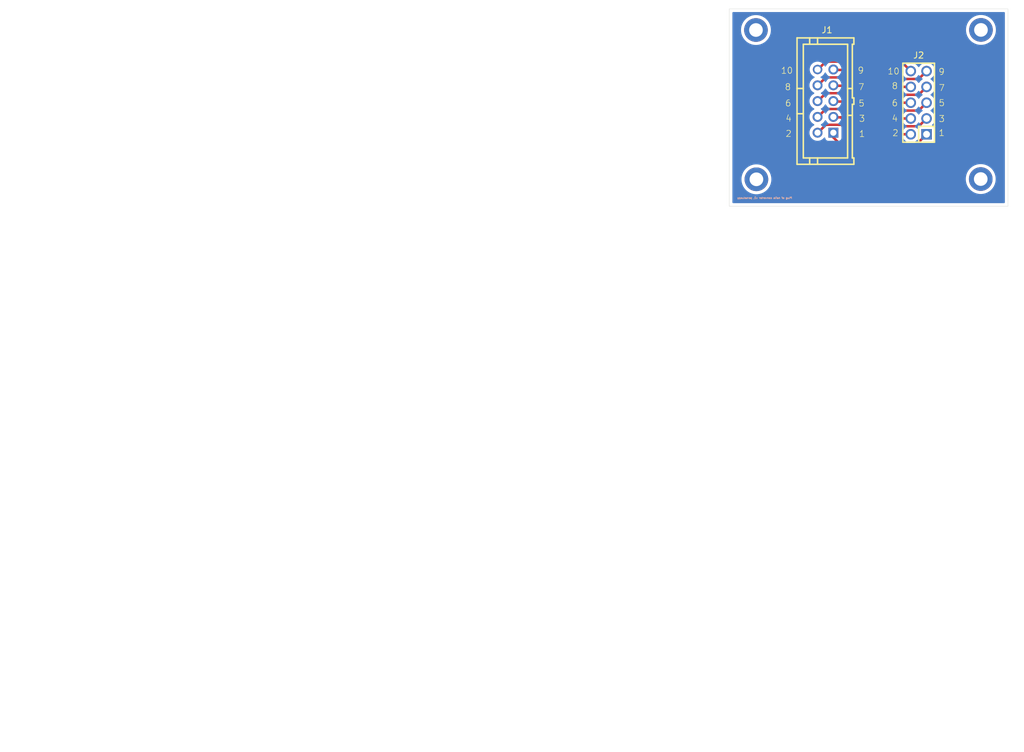
<source format=kicad_pcb>
(kicad_pcb (version 20240108) (generator "pcbnew") (generator_version "8.0")
  (title_block (title "Plug of nails to pin header") (date "2024-07-12") (rev "v2.0") (company "perseluspy"))
  (layers (0 "F.Cu" signal) (31 "B.Cu" signal) (34 "B.Paste" user) (35 "F.Paste" user) (36 "B.SilkS" user "B.Silkscreen") (37 "F.SilkS" user "F.Silkscreen") (38 "B.Mask" user) (39 "F.Mask" user) (44 "Edge.Cuts" user))
  (net 0 "")
  (net 1 "/P1")
  (net 2 "/P2")
  (net 3 "/P3")
  (net 4 "/P4")
  (net 5 "/P5")
  (net 6 "/P6")
  (net 7 "/P7")
  (net 8 "/P8")
  (net 9 "/P9")
  (net 10 "/P10")
  (footprint "pepy_sym_lib:[MOUNTING_HOLE]MountingHole_2.2mm_M2_DIN965_Pad" (layer "F.Cu") (at 174.317192 99.654999)
    (property "Reference" "MH3" (hide yes))
    (property "Value" "MountingHole_Pad")
    (pad "1" thru_hole circle (at 0 0) (size 3.8 3.8) (drill 2.2) (layers "*.Cu" "*.Mask"))
  )
  (footprint "pepy_sym_lib:[10P_HEADER_STR]Ckmtw(Shenzhen Cankemeng) B-2100S10P-B110" (layer "F.Cu") (at 164.338 87.376 90)
    (property "Reference" "J2" (at 7.62 0 0) (layer "F.SilkS"))
    (property "Value" "B-2100S10P-B110")
    (fp_line (start 6.35 -2.54) (end 6.35 2.54) (stroke (width 0.25)) (layer "F.SilkS"))
    (fp_line (start -6.35 -2.54) (end 6.35 -2.54) (stroke (width 0.25)) (layer "F.SilkS"))
    (fp_line (start -6.35 -2.54) (end -6.35 2.54) (stroke (width 0.25)) (layer "F.SilkS"))
    (fp_line (start -3.81 -0.01) (end -3.81 2.54) (stroke (width 0.25)) (layer "F.SilkS"))
    (fp_line (start -6.35 0) (end -3.81 -0.01) (stroke (width 0.25)) (layer "F.SilkS"))
    (fp_line (start -6.35 2.54) (end 6.35 2.54) (stroke (width 0.25)) (layer "F.SilkS"))
    (pad "1" thru_hole rect (at -5.08 1.27 90) (size 1.7 1.7) (drill 1.100023) (layers "*.Cu" "*.Mask") (net 1 "/P1"))
    (pad "2" thru_hole circle (at -5.08 -1.27 90) (size 1.7 1.7) (drill 1.100023) (layers "*.Cu" "*.Mask") (net 2 "/P2"))
    (pad "3" thru_hole circle (at -2.54 1.27 90) (size 1.7 1.7) (drill 1.100023) (layers "*.Cu" "*.Mask") (net 3 "/P3"))
    (pad "4" thru_hole circle (at -2.54 -1.27 90) (size 1.7 1.7) (drill 1.100023) (layers "*.Cu" "*.Mask") (net 4 "/P4"))
    (pad "5" thru_hole circle (at 0 1.27 90) (size 1.7 1.7) (drill 1.100023) (layers "*.Cu" "*.Mask") (net 5 "/P5"))
    (pad "6" thru_hole circle (at 0 -1.27 90) (size 1.7 1.7) (drill 1.100023) (layers "*.Cu" "*.Mask") (net 6 "/P6"))
    (pad "7" thru_hole circle (at 2.54 1.27 90) (size 1.7 1.7) (drill 1.100023) (layers "*.Cu" "*.Mask") (net 7 "/P7"))
    (pad "8" thru_hole circle (at 2.54 -1.27 90) (size 1.7 1.7) (drill 1.100023) (layers "*.Cu" "*.Mask") (net 8 "/P8"))
    (pad "9" thru_hole circle (at 5.08 1.27 90) (size 1.7 1.7) (drill 1.100023) (layers "*.Cu" "*.Mask") (net 9 "/P9"))
    (pad "10" thru_hole circle (at 5.08 -1.27 90) (size 1.7 1.7) (drill 1.100023) (layers "*.Cu" "*.Mask") (net 10 "/P10"))
  )
  (footprint "pepy_sym_lib:[MOUNTING_HOLE]MountingHole_2.2mm_M2_DIN965_Pad" (layer "F.Cu") (at 138.176 75.692)
    (property "Reference" "MH1" (hide yes))
    (property "Value" "MountingHole_Pad")
    (pad "1" thru_hole circle (at 0 0) (size 3.8 3.8) (drill 2.2) (layers "*.Cu" "*.Mask"))
  )
  (footprint "pepy_sym_lib:[MOUNTING_HOLE]MountingHole_2.2mm_M2_DIN965_Pad" (layer "F.Cu") (at 174.352979 75.675886)
    (property "Reference" "MH2" (hide yes))
    (property "Value" "MountingHole_Pad")
    (pad "1" thru_hole circle (at 0 0) (size 3.8 3.8) (drill 2.2) (layers "*.Cu" "*.Mask"))
  )
  (footprint "pepy_sym_lib:[10P_2X5_IDC_MALE]TE Connectivity 5103308-1" (layer "F.Cu") (at 149.352 87.122 -90)
    (property "Reference" "J1" (at -11.43 -0.254 180) (layer "F.SilkS"))
    (property "Value" "5103308-1")
    (fp_line (start -10.16 4.57) (end 10.16 4.57) (stroke (width 0.25)) (layer "F.SilkS"))
    (fp_line (start -10.16 4.57) (end -10.16 -4.57) (stroke (width 0.25)) (layer "F.SilkS"))
    (fp_line (start 10.16 4.57) (end 10.16 -4.57) (stroke (width 0.25)) (layer "F.SilkS"))
    (fp_line (start -9.14 3.56) (end -9.14 -3.56) (stroke (width 0.25)) (layer "F.SilkS"))
    (fp_line (start -2.03 3.56) (end -2.03 4.57) (stroke (width 0.25)) (layer "F.SilkS"))
    (fp_line (start -2.03 3.56) (end -9.14 3.56) (stroke (width 0.25)) (layer "F.SilkS"))
    (fp_line (start -2.03 3.56) (end 2.03 3.56) (stroke (width 0.25)) (layer "F.SilkS"))
    (fp_line (start 2.03 3.56) (end 2.03 4.57) (stroke (width 0.25)) (layer "F.SilkS"))
    (fp_line (start 9.14 3.56) (end 2.03 3.56) (stroke (width 0.25)) (layer "F.SilkS"))
    (fp_line (start -10.16 2.54) (end -9.14 2.54) (stroke (width 0.25)) (layer "F.SilkS"))
    (fp_line (start 9.14 2.54) (end 10.16 2.54) (stroke (width 0.25)) (layer "F.SilkS"))
    (fp_line (start -10.16 1.27) (end -9.14 1.27) (stroke (width 0.25)) (layer "F.SilkS"))
    (fp_line (start 9.14 1.27) (end 10.16 1.27) (stroke (width 0.25)) (layer "F.SilkS"))
    (fp_line (start -9.14 -3.56) (end -8.89 -3.56) (stroke (width 0.25)) (layer "F.SilkS"))
    (fp_line (start -8.89 -3.56) (end 9.14 -3.56) (stroke (width 0.25)) (layer "F.SilkS"))
    (fp_line (start 9.14 -3.56) (end 9.14 3.56) (stroke (width 0.25)) (layer "F.SilkS"))
    (fp_line (start -9.14 -4.32) (end -9.14 -4.57) (stroke (width 0.25)) (layer "F.SilkS"))
    (fp_line (start -2.03 -4.32) (end -2.03 -3.56) (stroke (width 0.25)) (layer "F.SilkS"))
    (fp_line (start -0.51 -4.32) (end -9.14 -4.32) (stroke (width 0.25)) (layer "F.SilkS"))
    (fp_line (start 0.51 -4.32) (end 0.51 -4.57) (stroke (width 0.25)) (layer "F.SilkS"))
    (fp_line (start 2.29 -4.32) (end 2.29 -3.56) (stroke (width 0.25)) (layer "F.SilkS"))
    (fp_line (start 9.14 -4.32) (end 0.51 -4.32) (stroke (width 0.25)) (layer "F.SilkS"))
    (fp_line (start -9.14 -4.57) (end -10.16 -4.57) (stroke (width 0.25)) (layer "F.SilkS"))
    (fp_line (start -0.51 -4.57) (end -0.51 -4.32) (stroke (width 0.25)) (layer "F.SilkS"))
    (fp_line (start 0.51 -4.57) (end -0.51 -4.57) (stroke (width 0.25)) (layer "F.SilkS"))
    (fp_line (start 9.14 -4.57) (end 9.14 -4.32) (stroke (width 0.25)) (layer "F.SilkS"))
    (fp_line (start 10.16 -4.57) (end 9.14 -4.57) (stroke (width 0.25)) (layer "F.SilkS"))
    (pad "1" thru_hole rect (at 5.08 -1.27 270) (size 1.6 1.6) (drill 0.999998) (layers "*.Cu" "*.Mask") (net 1 "/P1"))
    (pad "2" thru_hole circle (at 5.08 1.27 270) (size 1.6 1.6) (drill 0.999998) (layers "*.Cu" "*.Mask") (net 2 "/P2"))
    (pad "3" thru_hole circle (at 2.54 -1.27 270) (size 1.6 1.6) (drill 0.999998) (layers "*.Cu" "*.Mask") (net 3 "/P3"))
    (pad "4" thru_hole circle (at 2.54 1.27 270) (size 1.6 1.6) (drill 0.999998) (layers "*.Cu" "*.Mask") (net 4 "/P4"))
    (pad "5" thru_hole circle (at 0 -1.27 270) (size 1.6 1.6) (drill 0.999998) (layers "*.Cu" "*.Mask") (net 5 "/P5"))
    (pad "6" thru_hole circle (at 0 1.27 270) (size 1.6 1.6) (drill 0.999998) (layers "*.Cu" "*.Mask") (net 6 "/P6"))
    (pad "7" thru_hole circle (at -2.54 -1.27 270) (size 1.6 1.6) (drill 0.999998) (layers "*.Cu" "*.Mask") (net 7 "/P7"))
    (pad "8" thru_hole circle (at -2.54 1.27 270) (size 1.6 1.6) (drill 0.999998) (layers "*.Cu" "*.Mask") (net 8 "/P8"))
    (pad "9" thru_hole circle (at -5.08 -1.27 270) (size 1.6 1.6) (drill 0.999998) (layers "*.Cu" "*.Mask") (net 9 "/P9"))
    (pad "10" thru_hole circle (at -5.08 1.27 270) (size 1.52 1.52) (drill 0.999998) (layers "*.Cu" "*.Mask") (net 10 "/P10"))
  )
  (footprint "pepy_sym_lib:[MOUNTING_HOLE]MountingHole_2.2mm_M2_DIN965_Pad" (layer "F.Cu") (at 138.249571 99.694905)
    (property "Reference" "MH4" (hide yes))
    (property "Value" "MountingHole_Pad")
    (pad "1" thru_hole circle (at 0 0) (size 3.8 3.8) (drill 2.2) (layers "*.Cu" "*.Mask"))
  )
  (gr_rect (start 133.887 72.3) (end 178.6995 104.03125) (stroke (width 0.05)) (fill none) (layer "Edge.Cuts"))
  (gr_text "Plug of nails converter v2, perseluspy\n" (at 144.018 102.87 0) (layer "B.SilkS") (effects (font (size 0.3 0.3) (thickness 0.075)) (justify left bottom mirror)))
  (gr_text "3\n" (at 154.686 90.514 0) (layer "F.SilkS") (effects (font (size 1 1) (thickness 0.1)) (justify left bottom)))
  (gr_text "6\n" (at 142.811 88.039 0) (layer "F.SilkS") (effects (font (size 1 1) (thickness 0.1)) (justify left bottom)))
  (gr_text "4" (at 159.969171 90.4817 0) (layer "F.SilkS") (effects (font (size 1 1) (thickness 0.1)) (justify left bottom)))
  (gr_text "7\n" (at 154.566677 85.439609 0) (layer "F.SilkS") (effects (font (size 1 1) (thickness 0.1)) (justify left bottom)))
  (gr_text "2" (at 160.059947 92.828552 0) (layer "F.SilkS") (effects (font (size 1 1) (thickness 0.1)) (justify left bottom)))
  (gr_text "9\n" (at 167.483839 82.98363 0) (layer "F.SilkS") (effects (font (size 1 1) (thickness 0.1)) (justify left bottom)))
  (gr_text "9\n" (at 154.493641 82.773775 0) (layer "F.SilkS") (effects (font (size 1 1) (thickness 0.1)) (justify left bottom)))
  (gr_text "8" (at 142.771277 85.439609 0) (layer "F.SilkS") (effects (font (size 1 1) (thickness 0.1)) (justify left bottom)))
  (gr_text "2" (at 142.886 92.939 0) (layer "F.SilkS") (effects (font (size 1 1) (thickness 0.1)) (justify left bottom)))
  (gr_text "7\n" (at 167.508298 85.576367 0) (layer "F.SilkS") (effects (font (size 1 1) (thickness 0.1)) (justify left bottom)))
  (gr_text "5\n" (at 154.611 88.064 0) (layer "F.SilkS") (effects (font (size 1 1) (thickness 0.1)) (justify left bottom)))
  (gr_text "5\n" (at 167.509419 88.003125 0) (layer "F.SilkS") (effects (font (size 1 1) (thickness 0.1)) (justify left bottom)))
  (gr_text "10\n" (at 142.136 82.789 0) (layer "F.SilkS") (effects (font (size 1 1) (thickness 0.1)) (justify left bottom)))
  (gr_text "1" (at 167.491808 92.810941 0) (layer "F.SilkS") (effects (font (size 1 1) (thickness 0.1)) (justify left bottom)))
  (gr_text "1" (at 154.686 92.964 0) (layer "F.SilkS") (effects (font (size 1 1) (thickness 0.1)) (justify left bottom)))
  (gr_text "4" (at 142.886 90.489 0) (layer "F.SilkS") (effects (font (size 1 1) (thickness 0.1)) (justify left bottom)))
  (gr_text "10\n" (at 159.283 82.911 0) (layer "F.SilkS") (effects (font (size 1 1) (thickness 0.1)) (justify left bottom)))
  (gr_text "8" (at 159.969171 85.26883 0) (layer "F.SilkS") (effects (font (size 1 1) (thickness 0.1)) (justify left bottom)))
  (gr_text "6\n" (at 159.969171 88.016154 0) (layer "F.SilkS") (effects (font (size 1 1) (thickness 0.1)) (justify left bottom)))
  (gr_text "3\n" (at 167.509419 90.556727 0) (layer "F.SilkS") (effects (font (size 1 1) (thickness 0.1)) (justify left bottom)))
  (segment (start 151.638 93.98) (end 150.606 92.948) (width 0.4) (layer "F.Cu") (net 1))
  (segment (start 164.084 93.98) (end 165.608 92.456) (width 0.4) (layer "F.Cu") (net 1))
  (segment (start 150.606 92.948) (end 150.606 92.274) (width 0.4) (layer "F.Cu") (net 1))
  (segment (start 151.638 93.98) (end 164.084 93.98) (width 0.4) (layer "F.Cu") (net 1))
  (segment (start 148.066 92.274) (end 149.408 90.932) (width 0.4) (layer "F.Cu") (net 2))
  (segment (start 149.408 90.932) (end 151.912 90.932) (width 0.4) (layer "F.Cu") (net 2))
  (segment (start 151.912 90.932) (end 153.436 92.456) (width 0.4) (layer "F.Cu") (net 2))
  (segment (start 153.436 92.456) (end 163.068 92.456) (width 0.4) (layer "F.Cu") (net 2))
  (segment (start 150.606 89.734) (end 151.822 89.734) (width 0.4) (layer "F.Cu") (net 3))
  (segment (start 151.822 89.734) (end 153.254 91.166) (width 0.4) (layer "F.Cu") (net 3))
  (segment (start 164.358 91.166) (end 165.608 89.916) (width 0.4) (layer "F.Cu") (net 3))
  (segment (start 153.254 91.166) (end 164.358 91.166) (width 0.4) (layer "F.Cu") (net 3))
  (segment (start 153.416 89.916) (end 163.068 89.916) (width 0.4) (layer "F.Cu") (net 4))
  (segment (start 148.066 89.734) (end 149.408 88.392) (width 0.4) (layer "F.Cu") (net 4))
  (segment (start 151.892 88.392) (end 153.416 89.916) (width 0.4) (layer "F.Cu") (net 4))
  (segment (start 149.408 88.392) (end 151.892 88.392) (width 0.4) (layer "F.Cu") (net 4))
  (segment (start 164.338 88.646) (end 165.608 87.376) (width 0.4) (layer "F.Cu") (net 5))
  (segment (start 153.67 88.646) (end 164.338 88.646) (width 0.4) (layer "F.Cu") (net 5))
  (segment (start 152.218 87.194) (end 153.67 88.646) (width 0.4) (layer "F.Cu") (net 5))
  (segment (start 150.606 87.194) (end 152.218 87.194) (width 0.4) (layer "F.Cu") (net 5))
  (segment (start 148.066 87.194) (end 149.408 85.852) (width 0.4) (layer "F.Cu") (net 6))
  (segment (start 152.146 85.852) (end 153.67 87.376) (width 0.4) (layer "F.Cu") (net 6))
  (segment (start 153.67 87.376) (end 163.068 87.376) (width 0.4) (layer "F.Cu") (net 6))
  (segment (start 149.408 85.852) (end 152.146 85.852) (width 0.4) (layer "F.Cu") (net 6))
  (segment (start 152.218 84.654) (end 153.67 86.106) (width 0.4) (layer "F.Cu") (net 7))
  (segment (start 150.606 84.654) (end 152.218 84.654) (width 0.4) (layer "F.Cu") (net 7))
  (segment (start 164.338 86.106) (end 165.608 84.836) (width 0.4) (layer "F.Cu") (net 7))
  (segment (start 153.67 86.106) (end 164.338 86.106) (width 0.4) (layer "F.Cu") (net 7))
  (segment (start 153.67 84.836) (end 163.068 84.836) (width 0.4) (layer "F.Cu") (net 8))
  (segment (start 148.056 84.664) (end 149.408 83.312) (width 0.4) (layer "F.Cu") (net 8))
  (segment (start 149.408 83.312) (end 152.146 83.312) (width 0.4) (layer "F.Cu") (net 8))
  (segment (start 152.146 83.312) (end 153.67 84.836) (width 0.4) (layer "F.Cu") (net 8))
  (segment (start 150.606 82.114) (end 152.472 82.114) (width 0.4) (layer "F.Cu") (net 9))
  (segment (start 152.472 82.114) (end 153.924 83.566) (width 0.4) (layer "F.Cu") (net 9))
  (segment (start 153.924 83.566) (end 164.338 83.566) (width 0.4) (layer "F.Cu") (net 9))
  (segment (start 164.338 83.566) (end 165.608 82.296) (width 0.4) (layer "F.Cu") (net 9))
  (segment (start 149.408 80.772) (end 161.544 80.772) (width 0.4) (layer "F.Cu") (net 10))
  (segment (start 148.066 82.114) (end 149.408 80.772) (width 0.4) (layer "F.Cu") (net 10))
  (segment (start 161.544 80.772) (end 163.068 82.296) (width 0.4) (layer "F.Cu") (net 10))
  (zone (net 0) (net_name "") (layer "B.Cu") (connect_pads (clearance 0.5)) (min_thickness 0.25) (fill yes (thermal_gap 0.5) (thermal_bridge_width 0.5) (island_removal_mode 1) (island_area_min 10))
    (polygon (pts (xy 133.35 70.866) (xy 179.832 70.866) (xy 179.832 104.648) (xy 178.816 105.664) (xy 133.35 105.664) (xy 131.826 104.14) (xy 131.826 72.39)))
  )
)
</source>
